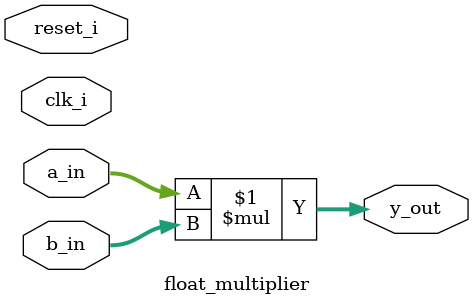
<source format=sv>
`timescale 1ns/1ps
`default_nettype none

module float_multiplier
    (
        input wire clk_i, reset_i,
        input wire [31:0] a_in, b_in,
        output logic [31:0] y_out
    );
    
    assign y_out = a_in * b_in;

endmodule

</source>
